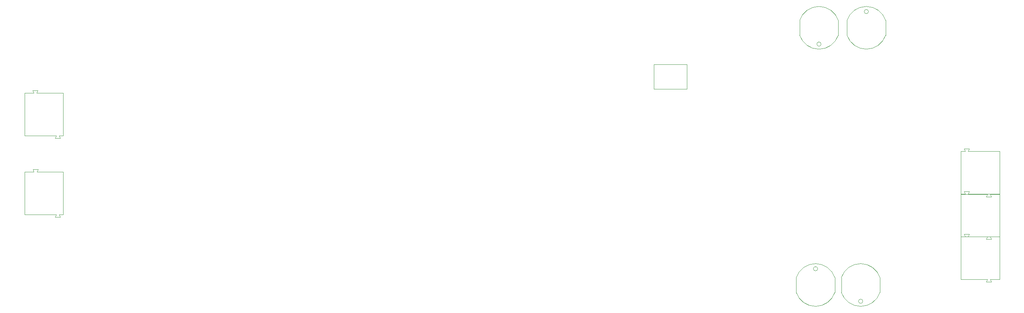
<source format=gbr>
%TF.GenerationSoftware,Altium Limited,Altium Designer,24.3.1 (35)*%
G04 Layer_Color=32768*
%FSLAX43Y43*%
%MOMM*%
%TF.SameCoordinates,2EF1D394-34E5-4190-8ABA-250447B0B6E5*%
%TF.FilePolarity,Positive*%
%TF.FileFunction,Other,Top_Component_Outline*%
%TF.Part,Single*%
G01*
G75*
%TA.AperFunction,NonConductor*%
%ADD129C,0.100*%
D129*
X197450Y72900D02*
G03*
X197450Y72900I-500J0D01*
G01*
X201450Y70850D02*
G03*
X192450Y70850I-4500J-1490D01*
G01*
Y67350D02*
G03*
X201450Y67350I4500J1490D01*
G01*
X190400Y70850D02*
G03*
X181400Y70850I-4500J-1490D01*
G01*
Y67350D02*
G03*
X190400Y67350I4500J1490D01*
G01*
X186400Y65300D02*
G03*
X186400Y65300I-500J0D01*
G01*
X185600Y12725D02*
G03*
X185600Y12725I-500J0D01*
G01*
X189600Y10675D02*
G03*
X180600Y10675I-4500J-1490D01*
G01*
Y7175D02*
G03*
X189600Y7175I4500J1490D01*
G01*
X196125Y5125D02*
G03*
X196125Y5125I-500J0D01*
G01*
X191125Y7175D02*
G03*
X200125Y7175I4500J1490D01*
G01*
Y10675D02*
G03*
X191125Y10675I-4500J-1490D01*
G01*
X201450Y67350D02*
Y70850D01*
X192450Y67350D02*
Y70850D01*
X190400Y67350D02*
Y70850D01*
X181400Y67350D02*
Y70850D01*
X220692Y20250D02*
X220942Y20850D01*
X219742D02*
X220942D01*
X219742D02*
X219991Y20250D01*
X224941Y9650D02*
X225191Y10250D01*
X225892D02*
X226141Y9650D01*
X224941D02*
X226141D01*
X219041Y10250D02*
X225191D01*
X225891D02*
X228041D01*
Y20250D01*
X219041Y10250D02*
Y20250D01*
X219991D01*
X220691D02*
X228041D01*
X189600Y7175D02*
Y10675D01*
X180600Y7175D02*
Y10675D01*
X191125Y7175D02*
Y10675D01*
X200125Y7175D02*
Y10675D01*
X550Y43825D02*
X7900D01*
X8600D02*
X9550D01*
Y53825D01*
X550Y43825D02*
Y53825D01*
X2700D01*
X3400D02*
X9550D01*
X2450Y54425D02*
X3650D01*
X2450D02*
X2700Y53825D01*
X3400D02*
X3650Y54425D01*
X8600Y43825D02*
X8850Y43225D01*
X7650D02*
X8850D01*
X7650D02*
X7900Y43825D01*
X575Y25375D02*
X7925D01*
X8625D02*
X9575D01*
Y35375D01*
X575Y25375D02*
Y35375D01*
X2725D01*
X3425D02*
X9575D01*
X2475Y35975D02*
X3675D01*
X2475D02*
X2725Y35375D01*
X3425D02*
X3675Y35975D01*
X8625Y25375D02*
X8875Y24775D01*
X7675D02*
X8875D01*
X7675D02*
X7925Y25375D01*
X155080Y54775D02*
Y60575D01*
X147420Y54775D02*
X155080D01*
X147420D02*
Y60575D01*
X155080D01*
X220691Y30250D02*
X228041D01*
X219041D02*
X219991D01*
X219041Y20250D02*
Y30250D01*
X228041Y20250D02*
Y30250D01*
X225891Y20250D02*
X228041D01*
X219041D02*
X225191D01*
X224941Y19650D02*
X226141D01*
X225892Y20250D02*
X226141Y19650D01*
X224941D02*
X225191Y20250D01*
X219742Y30850D02*
X219991Y30250D01*
X219742Y30850D02*
X220942D01*
X220692Y30250D02*
X220942Y30850D01*
X220691Y40175D02*
X228041D01*
X219041D02*
X219991D01*
X219041Y30175D02*
Y40175D01*
X228041Y30175D02*
Y40175D01*
X225891Y30175D02*
X228041D01*
X219041D02*
X225191D01*
X224941Y29575D02*
X226141D01*
X225892Y30175D02*
X226141Y29575D01*
X224941D02*
X225191Y30175D01*
X219742Y40775D02*
X219991Y40175D01*
X219742Y40775D02*
X220942D01*
X220692Y40175D02*
X220942Y40775D01*
%TF.MD5,4fbfc22f1002ab72054e3115fc21578a*%
M02*

</source>
